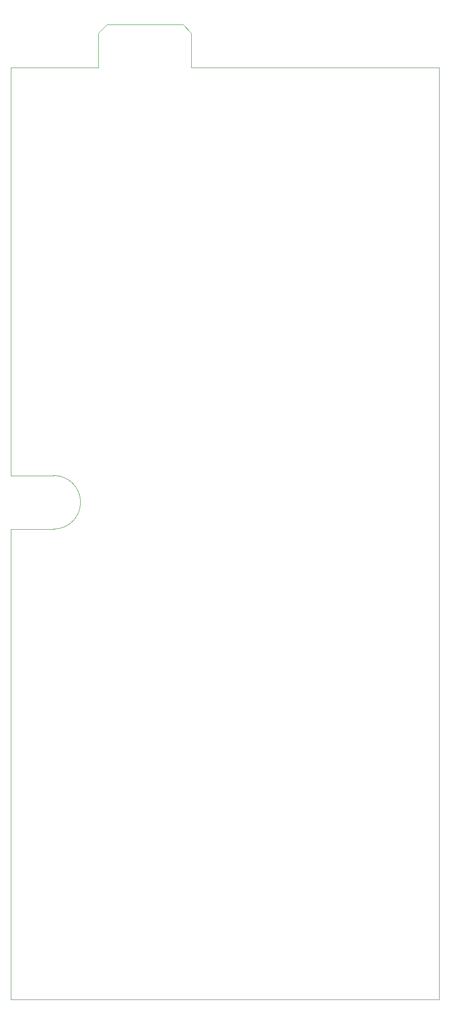
<source format=gbr>
%TF.GenerationSoftware,KiCad,Pcbnew,(6.0.7)*%
%TF.CreationDate,2023-09-07T13:48:48+01:00*%
%TF.ProjectId,CCC_rig_controller,4343435f-7269-4675-9f63-6f6e74726f6c,rev?*%
%TF.SameCoordinates,Original*%
%TF.FileFunction,Profile,NP*%
%FSLAX46Y46*%
G04 Gerber Fmt 4.6, Leading zero omitted, Abs format (unit mm)*
G04 Created by KiCad (PCBNEW (6.0.7)) date 2023-09-07 13:48:48*
%MOMM*%
%LPD*%
G01*
G04 APERTURE LIST*
%TA.AperFunction,Profile*%
%ADD10C,0.100000*%
%TD*%
%TA.AperFunction,Profile*%
%ADD11C,0.120000*%
%TD*%
G04 APERTURE END LIST*
D10*
X12000000Y-96194400D02*
X12000000Y-19994400D01*
X45712200Y-19994400D02*
X92000000Y-20038800D01*
X92000000Y-20038800D02*
X92000000Y-193994400D01*
X12000000Y-106194400D02*
X12000000Y-193994400D01*
X28287800Y-19994400D02*
X12000000Y-19994400D01*
X20000000Y-96194400D02*
X12000000Y-96194400D01*
X92000000Y-193994400D02*
X12000000Y-193994400D01*
X20000000Y-106194400D02*
G75*
G03*
X20000000Y-96194400I0J5000000D01*
G01*
X20000000Y-106194400D02*
X12000000Y-106194400D01*
D11*
%TO.C,J5*%
X28287800Y-13620000D02*
X28287800Y-19994400D01*
X29888000Y-11994400D02*
X44112000Y-11994400D01*
X45712200Y-13620000D02*
X45712200Y-19994400D01*
X45712200Y-13620000D02*
X44112000Y-11994400D01*
X28287800Y-13620000D02*
X29888000Y-11994400D01*
%TD*%
M02*

</source>
